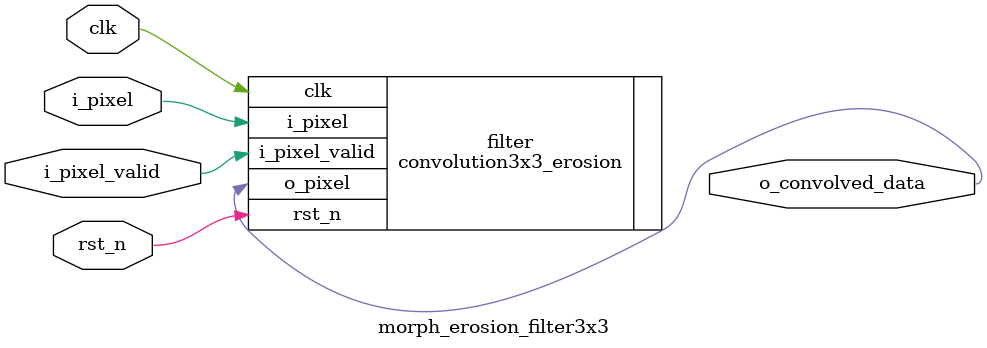
<source format=v>
module morph_erosion_filter3x3 (
	input clk,
	input rst_n,
	input i_pixel,
	input i_pixel_valid, // Both in_valid and packet video
	output o_convolved_data
);


//separableconvolution3x3_erosion #(.DATA_WIDTH(1)) filter(
//	.clk(clk),
//	.rst_n(rst_n),
//	.i_pixel(i_pixel),
//	.i_pixel_valid(i_pixel_valid),
//	.o_pixel(o_convolved_data)
//);

convolution3x3_erosion #(.DATA_WIDTH(1)) filter(
	.clk(clk),
	.rst_n(rst_n),
	.i_pixel(i_pixel),
	.i_pixel_valid(i_pixel_valid),
	.o_pixel(o_convolved_data)
);
endmodule
</source>
